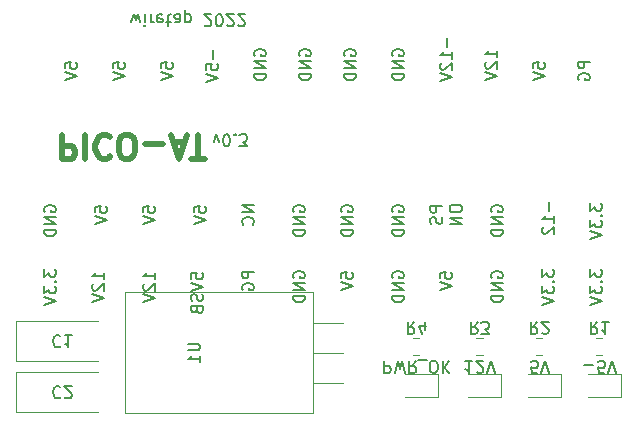
<source format=gbr>
%TF.GenerationSoftware,KiCad,Pcbnew,(5.1.6)-1*%
%TF.CreationDate,2022-02-21T08:46:33-05:00*%
%TF.ProjectId,PICO-AT,5049434f-2d41-4542-9e6b-696361645f70,rev?*%
%TF.SameCoordinates,Original*%
%TF.FileFunction,Legend,Bot*%
%TF.FilePolarity,Positive*%
%FSLAX46Y46*%
G04 Gerber Fmt 4.6, Leading zero omitted, Abs format (unit mm)*
G04 Created by KiCad (PCBNEW (5.1.6)-1) date 2022-02-21 08:46:33*
%MOMM*%
%LPD*%
G01*
G04 APERTURE LIST*
%ADD10C,0.150000*%
%ADD11C,0.500000*%
%ADD12C,0.120000*%
G04 APERTURE END LIST*
D10*
X171394380Y-91440095D02*
X170394380Y-91440095D01*
X170394380Y-91821047D01*
X170442000Y-91916285D01*
X170489619Y-91963904D01*
X170584857Y-92011523D01*
X170727714Y-92011523D01*
X170822952Y-91963904D01*
X170870571Y-91916285D01*
X170918190Y-91821047D01*
X170918190Y-91440095D01*
X170442000Y-92963904D02*
X170394380Y-92868666D01*
X170394380Y-92725809D01*
X170442000Y-92582952D01*
X170537238Y-92487714D01*
X170632476Y-92440095D01*
X170822952Y-92392476D01*
X170965809Y-92392476D01*
X171156285Y-92440095D01*
X171251523Y-92487714D01*
X171346761Y-92582952D01*
X171394380Y-92725809D01*
X171394380Y-92821047D01*
X171346761Y-92963904D01*
X171299142Y-93011523D01*
X170965809Y-93011523D01*
X170965809Y-92821047D01*
X166584380Y-92011523D02*
X166584380Y-91535333D01*
X167060571Y-91487714D01*
X167012952Y-91535333D01*
X166965333Y-91630571D01*
X166965333Y-91868666D01*
X167012952Y-91963904D01*
X167060571Y-92011523D01*
X167155809Y-92059142D01*
X167393904Y-92059142D01*
X167489142Y-92011523D01*
X167536761Y-91963904D01*
X167584380Y-91868666D01*
X167584380Y-91630571D01*
X167536761Y-91535333D01*
X167489142Y-91487714D01*
X166584380Y-92344857D02*
X167584380Y-92678190D01*
X166584380Y-93011523D01*
X163520380Y-91074952D02*
X163520380Y-90503523D01*
X163520380Y-90789238D02*
X162520380Y-90789238D01*
X162663238Y-90694000D01*
X162758476Y-90598761D01*
X162806095Y-90503523D01*
X162615619Y-91455904D02*
X162568000Y-91503523D01*
X162520380Y-91598761D01*
X162520380Y-91836857D01*
X162568000Y-91932095D01*
X162615619Y-91979714D01*
X162710857Y-92027333D01*
X162806095Y-92027333D01*
X162948952Y-91979714D01*
X163520380Y-91408285D01*
X163520380Y-92027333D01*
X162520380Y-92313047D02*
X163520380Y-92646380D01*
X162520380Y-92979714D01*
X159329428Y-89424095D02*
X159329428Y-90186000D01*
X159710380Y-91186000D02*
X159710380Y-90614571D01*
X159710380Y-90900285D02*
X158710380Y-90900285D01*
X158853238Y-90805047D01*
X158948476Y-90709809D01*
X158996095Y-90614571D01*
X158805619Y-91566952D02*
X158758000Y-91614571D01*
X158710380Y-91709809D01*
X158710380Y-91947904D01*
X158758000Y-92043142D01*
X158805619Y-92090761D01*
X158900857Y-92138380D01*
X158996095Y-92138380D01*
X159138952Y-92090761D01*
X159710380Y-91519333D01*
X159710380Y-92138380D01*
X158710380Y-92424095D02*
X159710380Y-92757428D01*
X158710380Y-93090761D01*
X154694000Y-90932095D02*
X154646380Y-90836857D01*
X154646380Y-90694000D01*
X154694000Y-90551142D01*
X154789238Y-90455904D01*
X154884476Y-90408285D01*
X155074952Y-90360666D01*
X155217809Y-90360666D01*
X155408285Y-90408285D01*
X155503523Y-90455904D01*
X155598761Y-90551142D01*
X155646380Y-90694000D01*
X155646380Y-90789238D01*
X155598761Y-90932095D01*
X155551142Y-90979714D01*
X155217809Y-90979714D01*
X155217809Y-90789238D01*
X155646380Y-91408285D02*
X154646380Y-91408285D01*
X155646380Y-91979714D01*
X154646380Y-91979714D01*
X155646380Y-92455904D02*
X154646380Y-92455904D01*
X154646380Y-92694000D01*
X154694000Y-92836857D01*
X154789238Y-92932095D01*
X154884476Y-92979714D01*
X155074952Y-93027333D01*
X155217809Y-93027333D01*
X155408285Y-92979714D01*
X155503523Y-92932095D01*
X155598761Y-92836857D01*
X155646380Y-92694000D01*
X155646380Y-92455904D01*
X150630000Y-90932095D02*
X150582380Y-90836857D01*
X150582380Y-90694000D01*
X150630000Y-90551142D01*
X150725238Y-90455904D01*
X150820476Y-90408285D01*
X151010952Y-90360666D01*
X151153809Y-90360666D01*
X151344285Y-90408285D01*
X151439523Y-90455904D01*
X151534761Y-90551142D01*
X151582380Y-90694000D01*
X151582380Y-90789238D01*
X151534761Y-90932095D01*
X151487142Y-90979714D01*
X151153809Y-90979714D01*
X151153809Y-90789238D01*
X151582380Y-91408285D02*
X150582380Y-91408285D01*
X151582380Y-91979714D01*
X150582380Y-91979714D01*
X151582380Y-92455904D02*
X150582380Y-92455904D01*
X150582380Y-92694000D01*
X150630000Y-92836857D01*
X150725238Y-92932095D01*
X150820476Y-92979714D01*
X151010952Y-93027333D01*
X151153809Y-93027333D01*
X151344285Y-92979714D01*
X151439523Y-92932095D01*
X151534761Y-92836857D01*
X151582380Y-92694000D01*
X151582380Y-92455904D01*
X146820000Y-90932095D02*
X146772380Y-90836857D01*
X146772380Y-90694000D01*
X146820000Y-90551142D01*
X146915238Y-90455904D01*
X147010476Y-90408285D01*
X147200952Y-90360666D01*
X147343809Y-90360666D01*
X147534285Y-90408285D01*
X147629523Y-90455904D01*
X147724761Y-90551142D01*
X147772380Y-90694000D01*
X147772380Y-90789238D01*
X147724761Y-90932095D01*
X147677142Y-90979714D01*
X147343809Y-90979714D01*
X147343809Y-90789238D01*
X147772380Y-91408285D02*
X146772380Y-91408285D01*
X147772380Y-91979714D01*
X146772380Y-91979714D01*
X147772380Y-92455904D02*
X146772380Y-92455904D01*
X146772380Y-92694000D01*
X146820000Y-92836857D01*
X146915238Y-92932095D01*
X147010476Y-92979714D01*
X147200952Y-93027333D01*
X147343809Y-93027333D01*
X147534285Y-92979714D01*
X147629523Y-92932095D01*
X147724761Y-92836857D01*
X147772380Y-92694000D01*
X147772380Y-92455904D01*
X143010000Y-90932095D02*
X142962380Y-90836857D01*
X142962380Y-90694000D01*
X143010000Y-90551142D01*
X143105238Y-90455904D01*
X143200476Y-90408285D01*
X143390952Y-90360666D01*
X143533809Y-90360666D01*
X143724285Y-90408285D01*
X143819523Y-90455904D01*
X143914761Y-90551142D01*
X143962380Y-90694000D01*
X143962380Y-90789238D01*
X143914761Y-90932095D01*
X143867142Y-90979714D01*
X143533809Y-90979714D01*
X143533809Y-90789238D01*
X143962380Y-91408285D02*
X142962380Y-91408285D01*
X143962380Y-91979714D01*
X142962380Y-91979714D01*
X143962380Y-92455904D02*
X142962380Y-92455904D01*
X142962380Y-92694000D01*
X143010000Y-92836857D01*
X143105238Y-92932095D01*
X143200476Y-92979714D01*
X143390952Y-93027333D01*
X143533809Y-93027333D01*
X143724285Y-92979714D01*
X143819523Y-92932095D01*
X143914761Y-92836857D01*
X143962380Y-92694000D01*
X143962380Y-92455904D01*
X139517428Y-90408285D02*
X139517428Y-91170190D01*
X138898380Y-92122571D02*
X138898380Y-91646380D01*
X139374571Y-91598761D01*
X139326952Y-91646380D01*
X139279333Y-91741619D01*
X139279333Y-91979714D01*
X139326952Y-92074952D01*
X139374571Y-92122571D01*
X139469809Y-92170190D01*
X139707904Y-92170190D01*
X139803142Y-92122571D01*
X139850761Y-92074952D01*
X139898380Y-91979714D01*
X139898380Y-91741619D01*
X139850761Y-91646380D01*
X139803142Y-91598761D01*
X138898380Y-92455904D02*
X139898380Y-92789238D01*
X138898380Y-93122571D01*
X135088380Y-92011523D02*
X135088380Y-91535333D01*
X135564571Y-91487714D01*
X135516952Y-91535333D01*
X135469333Y-91630571D01*
X135469333Y-91868666D01*
X135516952Y-91963904D01*
X135564571Y-92011523D01*
X135659809Y-92059142D01*
X135897904Y-92059142D01*
X135993142Y-92011523D01*
X136040761Y-91963904D01*
X136088380Y-91868666D01*
X136088380Y-91630571D01*
X136040761Y-91535333D01*
X135993142Y-91487714D01*
X135088380Y-92344857D02*
X136088380Y-92678190D01*
X135088380Y-93011523D01*
X131024380Y-92011523D02*
X131024380Y-91535333D01*
X131500571Y-91487714D01*
X131452952Y-91535333D01*
X131405333Y-91630571D01*
X131405333Y-91868666D01*
X131452952Y-91963904D01*
X131500571Y-92011523D01*
X131595809Y-92059142D01*
X131833904Y-92059142D01*
X131929142Y-92011523D01*
X131976761Y-91963904D01*
X132024380Y-91868666D01*
X132024380Y-91630571D01*
X131976761Y-91535333D01*
X131929142Y-91487714D01*
X131024380Y-92344857D02*
X132024380Y-92678190D01*
X131024380Y-93011523D01*
X126960380Y-92011523D02*
X126960380Y-91535333D01*
X127436571Y-91487714D01*
X127388952Y-91535333D01*
X127341333Y-91630571D01*
X127341333Y-91868666D01*
X127388952Y-91963904D01*
X127436571Y-92011523D01*
X127531809Y-92059142D01*
X127769904Y-92059142D01*
X127865142Y-92011523D01*
X127912761Y-91963904D01*
X127960380Y-91868666D01*
X127960380Y-91630571D01*
X127912761Y-91535333D01*
X127865142Y-91487714D01*
X126960380Y-92344857D02*
X127960380Y-92678190D01*
X126960380Y-93011523D01*
X171410380Y-109013809D02*
X171410380Y-109632857D01*
X171791333Y-109299523D01*
X171791333Y-109442380D01*
X171838952Y-109537619D01*
X171886571Y-109585238D01*
X171981809Y-109632857D01*
X172219904Y-109632857D01*
X172315142Y-109585238D01*
X172362761Y-109537619D01*
X172410380Y-109442380D01*
X172410380Y-109156666D01*
X172362761Y-109061428D01*
X172315142Y-109013809D01*
X172315142Y-110061428D02*
X172362761Y-110109047D01*
X172410380Y-110061428D01*
X172362761Y-110013809D01*
X172315142Y-110061428D01*
X172410380Y-110061428D01*
X171410380Y-110442380D02*
X171410380Y-111061428D01*
X171791333Y-110728095D01*
X171791333Y-110870952D01*
X171838952Y-110966190D01*
X171886571Y-111013809D01*
X171981809Y-111061428D01*
X172219904Y-111061428D01*
X172315142Y-111013809D01*
X172362761Y-110966190D01*
X172410380Y-110870952D01*
X172410380Y-110585238D01*
X172362761Y-110490000D01*
X172315142Y-110442380D01*
X171410380Y-111347142D02*
X172410380Y-111680476D01*
X171410380Y-112013809D01*
X171410380Y-103425809D02*
X171410380Y-104044857D01*
X171791333Y-103711523D01*
X171791333Y-103854380D01*
X171838952Y-103949619D01*
X171886571Y-103997238D01*
X171981809Y-104044857D01*
X172219904Y-104044857D01*
X172315142Y-103997238D01*
X172362761Y-103949619D01*
X172410380Y-103854380D01*
X172410380Y-103568666D01*
X172362761Y-103473428D01*
X172315142Y-103425809D01*
X172315142Y-104473428D02*
X172362761Y-104521047D01*
X172410380Y-104473428D01*
X172362761Y-104425809D01*
X172315142Y-104473428D01*
X172410380Y-104473428D01*
X171410380Y-104854380D02*
X171410380Y-105473428D01*
X171791333Y-105140095D01*
X171791333Y-105282952D01*
X171838952Y-105378190D01*
X171886571Y-105425809D01*
X171981809Y-105473428D01*
X172219904Y-105473428D01*
X172315142Y-105425809D01*
X172362761Y-105378190D01*
X172410380Y-105282952D01*
X172410380Y-104997238D01*
X172362761Y-104902000D01*
X172315142Y-104854380D01*
X171410380Y-105759142D02*
X172410380Y-106092476D01*
X171410380Y-106425809D01*
X167346380Y-109013809D02*
X167346380Y-109632857D01*
X167727333Y-109299523D01*
X167727333Y-109442380D01*
X167774952Y-109537619D01*
X167822571Y-109585238D01*
X167917809Y-109632857D01*
X168155904Y-109632857D01*
X168251142Y-109585238D01*
X168298761Y-109537619D01*
X168346380Y-109442380D01*
X168346380Y-109156666D01*
X168298761Y-109061428D01*
X168251142Y-109013809D01*
X168251142Y-110061428D02*
X168298761Y-110109047D01*
X168346380Y-110061428D01*
X168298761Y-110013809D01*
X168251142Y-110061428D01*
X168346380Y-110061428D01*
X167346380Y-110442380D02*
X167346380Y-111061428D01*
X167727333Y-110728095D01*
X167727333Y-110870952D01*
X167774952Y-110966190D01*
X167822571Y-111013809D01*
X167917809Y-111061428D01*
X168155904Y-111061428D01*
X168251142Y-111013809D01*
X168298761Y-110966190D01*
X168346380Y-110870952D01*
X168346380Y-110585238D01*
X168298761Y-110490000D01*
X168251142Y-110442380D01*
X167346380Y-111347142D02*
X168346380Y-111680476D01*
X167346380Y-112013809D01*
X167965428Y-103314666D02*
X167965428Y-104076571D01*
X168346380Y-105076571D02*
X168346380Y-104505142D01*
X168346380Y-104790857D02*
X167346380Y-104790857D01*
X167489238Y-104695619D01*
X167584476Y-104600380D01*
X167632095Y-104505142D01*
X167441619Y-105457523D02*
X167394000Y-105505142D01*
X167346380Y-105600380D01*
X167346380Y-105838476D01*
X167394000Y-105933714D01*
X167441619Y-105981333D01*
X167536857Y-106028952D01*
X167632095Y-106028952D01*
X167774952Y-105981333D01*
X168346380Y-105409904D01*
X168346380Y-106028952D01*
X163076000Y-109728095D02*
X163028380Y-109632857D01*
X163028380Y-109490000D01*
X163076000Y-109347142D01*
X163171238Y-109251904D01*
X163266476Y-109204285D01*
X163456952Y-109156666D01*
X163599809Y-109156666D01*
X163790285Y-109204285D01*
X163885523Y-109251904D01*
X163980761Y-109347142D01*
X164028380Y-109490000D01*
X164028380Y-109585238D01*
X163980761Y-109728095D01*
X163933142Y-109775714D01*
X163599809Y-109775714D01*
X163599809Y-109585238D01*
X164028380Y-110204285D02*
X163028380Y-110204285D01*
X164028380Y-110775714D01*
X163028380Y-110775714D01*
X164028380Y-111251904D02*
X163028380Y-111251904D01*
X163028380Y-111490000D01*
X163076000Y-111632857D01*
X163171238Y-111728095D01*
X163266476Y-111775714D01*
X163456952Y-111823333D01*
X163599809Y-111823333D01*
X163790285Y-111775714D01*
X163885523Y-111728095D01*
X163980761Y-111632857D01*
X164028380Y-111490000D01*
X164028380Y-111251904D01*
X163076000Y-104140095D02*
X163028380Y-104044857D01*
X163028380Y-103902000D01*
X163076000Y-103759142D01*
X163171238Y-103663904D01*
X163266476Y-103616285D01*
X163456952Y-103568666D01*
X163599809Y-103568666D01*
X163790285Y-103616285D01*
X163885523Y-103663904D01*
X163980761Y-103759142D01*
X164028380Y-103902000D01*
X164028380Y-103997238D01*
X163980761Y-104140095D01*
X163933142Y-104187714D01*
X163599809Y-104187714D01*
X163599809Y-103997238D01*
X164028380Y-104616285D02*
X163028380Y-104616285D01*
X164028380Y-105187714D01*
X163028380Y-105187714D01*
X164028380Y-105663904D02*
X163028380Y-105663904D01*
X163028380Y-105902000D01*
X163076000Y-106044857D01*
X163171238Y-106140095D01*
X163266476Y-106187714D01*
X163456952Y-106235333D01*
X163599809Y-106235333D01*
X163790285Y-106187714D01*
X163885523Y-106140095D01*
X163980761Y-106044857D01*
X164028380Y-105902000D01*
X164028380Y-105663904D01*
X158710380Y-109791523D02*
X158710380Y-109315333D01*
X159186571Y-109267714D01*
X159138952Y-109315333D01*
X159091333Y-109410571D01*
X159091333Y-109648666D01*
X159138952Y-109743904D01*
X159186571Y-109791523D01*
X159281809Y-109839142D01*
X159519904Y-109839142D01*
X159615142Y-109791523D01*
X159662761Y-109743904D01*
X159710380Y-109648666D01*
X159710380Y-109410571D01*
X159662761Y-109315333D01*
X159615142Y-109267714D01*
X158710380Y-110124857D02*
X159710380Y-110458190D01*
X158710380Y-110791523D01*
X158885380Y-103655904D02*
X157885380Y-103655904D01*
X157885380Y-104036857D01*
X157933000Y-104132095D01*
X157980619Y-104179714D01*
X158075857Y-104227333D01*
X158218714Y-104227333D01*
X158313952Y-104179714D01*
X158361571Y-104132095D01*
X158409190Y-104036857D01*
X158409190Y-103655904D01*
X158837761Y-104608285D02*
X158885380Y-104751142D01*
X158885380Y-104989238D01*
X158837761Y-105084476D01*
X158790142Y-105132095D01*
X158694904Y-105179714D01*
X158599666Y-105179714D01*
X158504428Y-105132095D01*
X158456809Y-105084476D01*
X158409190Y-104989238D01*
X158361571Y-104798761D01*
X158313952Y-104703523D01*
X158266333Y-104655904D01*
X158171095Y-104608285D01*
X158075857Y-104608285D01*
X157980619Y-104655904D01*
X157933000Y-104703523D01*
X157885380Y-104798761D01*
X157885380Y-105036857D01*
X157933000Y-105179714D01*
X159535380Y-103774952D02*
X159535380Y-103965428D01*
X159583000Y-104060666D01*
X159678238Y-104155904D01*
X159868714Y-104203523D01*
X160202047Y-104203523D01*
X160392523Y-104155904D01*
X160487761Y-104060666D01*
X160535380Y-103965428D01*
X160535380Y-103774952D01*
X160487761Y-103679714D01*
X160392523Y-103584476D01*
X160202047Y-103536857D01*
X159868714Y-103536857D01*
X159678238Y-103584476D01*
X159583000Y-103679714D01*
X159535380Y-103774952D01*
X160535380Y-104632095D02*
X159535380Y-104632095D01*
X160535380Y-105203523D01*
X159535380Y-105203523D01*
X154694000Y-109728095D02*
X154646380Y-109632857D01*
X154646380Y-109490000D01*
X154694000Y-109347142D01*
X154789238Y-109251904D01*
X154884476Y-109204285D01*
X155074952Y-109156666D01*
X155217809Y-109156666D01*
X155408285Y-109204285D01*
X155503523Y-109251904D01*
X155598761Y-109347142D01*
X155646380Y-109490000D01*
X155646380Y-109585238D01*
X155598761Y-109728095D01*
X155551142Y-109775714D01*
X155217809Y-109775714D01*
X155217809Y-109585238D01*
X155646380Y-110204285D02*
X154646380Y-110204285D01*
X155646380Y-110775714D01*
X154646380Y-110775714D01*
X155646380Y-111251904D02*
X154646380Y-111251904D01*
X154646380Y-111490000D01*
X154694000Y-111632857D01*
X154789238Y-111728095D01*
X154884476Y-111775714D01*
X155074952Y-111823333D01*
X155217809Y-111823333D01*
X155408285Y-111775714D01*
X155503523Y-111728095D01*
X155598761Y-111632857D01*
X155646380Y-111490000D01*
X155646380Y-111251904D01*
X154694000Y-104140095D02*
X154646380Y-104044857D01*
X154646380Y-103902000D01*
X154694000Y-103759142D01*
X154789238Y-103663904D01*
X154884476Y-103616285D01*
X155074952Y-103568666D01*
X155217809Y-103568666D01*
X155408285Y-103616285D01*
X155503523Y-103663904D01*
X155598761Y-103759142D01*
X155646380Y-103902000D01*
X155646380Y-103997238D01*
X155598761Y-104140095D01*
X155551142Y-104187714D01*
X155217809Y-104187714D01*
X155217809Y-103997238D01*
X155646380Y-104616285D02*
X154646380Y-104616285D01*
X155646380Y-105187714D01*
X154646380Y-105187714D01*
X155646380Y-105663904D02*
X154646380Y-105663904D01*
X154646380Y-105902000D01*
X154694000Y-106044857D01*
X154789238Y-106140095D01*
X154884476Y-106187714D01*
X155074952Y-106235333D01*
X155217809Y-106235333D01*
X155408285Y-106187714D01*
X155503523Y-106140095D01*
X155598761Y-106044857D01*
X155646380Y-105902000D01*
X155646380Y-105663904D01*
X150328380Y-109791523D02*
X150328380Y-109315333D01*
X150804571Y-109267714D01*
X150756952Y-109315333D01*
X150709333Y-109410571D01*
X150709333Y-109648666D01*
X150756952Y-109743904D01*
X150804571Y-109791523D01*
X150899809Y-109839142D01*
X151137904Y-109839142D01*
X151233142Y-109791523D01*
X151280761Y-109743904D01*
X151328380Y-109648666D01*
X151328380Y-109410571D01*
X151280761Y-109315333D01*
X151233142Y-109267714D01*
X150328380Y-110124857D02*
X151328380Y-110458190D01*
X150328380Y-110791523D01*
X150376000Y-104140095D02*
X150328380Y-104044857D01*
X150328380Y-103902000D01*
X150376000Y-103759142D01*
X150471238Y-103663904D01*
X150566476Y-103616285D01*
X150756952Y-103568666D01*
X150899809Y-103568666D01*
X151090285Y-103616285D01*
X151185523Y-103663904D01*
X151280761Y-103759142D01*
X151328380Y-103902000D01*
X151328380Y-103997238D01*
X151280761Y-104140095D01*
X151233142Y-104187714D01*
X150899809Y-104187714D01*
X150899809Y-103997238D01*
X151328380Y-104616285D02*
X150328380Y-104616285D01*
X151328380Y-105187714D01*
X150328380Y-105187714D01*
X151328380Y-105663904D02*
X150328380Y-105663904D01*
X150328380Y-105902000D01*
X150376000Y-106044857D01*
X150471238Y-106140095D01*
X150566476Y-106187714D01*
X150756952Y-106235333D01*
X150899809Y-106235333D01*
X151090285Y-106187714D01*
X151185523Y-106140095D01*
X151280761Y-106044857D01*
X151328380Y-105902000D01*
X151328380Y-105663904D01*
X146312000Y-109728095D02*
X146264380Y-109632857D01*
X146264380Y-109490000D01*
X146312000Y-109347142D01*
X146407238Y-109251904D01*
X146502476Y-109204285D01*
X146692952Y-109156666D01*
X146835809Y-109156666D01*
X147026285Y-109204285D01*
X147121523Y-109251904D01*
X147216761Y-109347142D01*
X147264380Y-109490000D01*
X147264380Y-109585238D01*
X147216761Y-109728095D01*
X147169142Y-109775714D01*
X146835809Y-109775714D01*
X146835809Y-109585238D01*
X147264380Y-110204285D02*
X146264380Y-110204285D01*
X147264380Y-110775714D01*
X146264380Y-110775714D01*
X147264380Y-111251904D02*
X146264380Y-111251904D01*
X146264380Y-111490000D01*
X146312000Y-111632857D01*
X146407238Y-111728095D01*
X146502476Y-111775714D01*
X146692952Y-111823333D01*
X146835809Y-111823333D01*
X147026285Y-111775714D01*
X147121523Y-111728095D01*
X147216761Y-111632857D01*
X147264380Y-111490000D01*
X147264380Y-111251904D01*
X146312000Y-104140095D02*
X146264380Y-104044857D01*
X146264380Y-103902000D01*
X146312000Y-103759142D01*
X146407238Y-103663904D01*
X146502476Y-103616285D01*
X146692952Y-103568666D01*
X146835809Y-103568666D01*
X147026285Y-103616285D01*
X147121523Y-103663904D01*
X147216761Y-103759142D01*
X147264380Y-103902000D01*
X147264380Y-103997238D01*
X147216761Y-104140095D01*
X147169142Y-104187714D01*
X146835809Y-104187714D01*
X146835809Y-103997238D01*
X147264380Y-104616285D02*
X146264380Y-104616285D01*
X147264380Y-105187714D01*
X146264380Y-105187714D01*
X147264380Y-105663904D02*
X146264380Y-105663904D01*
X146264380Y-105902000D01*
X146312000Y-106044857D01*
X146407238Y-106140095D01*
X146502476Y-106187714D01*
X146692952Y-106235333D01*
X146835809Y-106235333D01*
X147026285Y-106187714D01*
X147121523Y-106140095D01*
X147216761Y-106044857D01*
X147264380Y-105902000D01*
X147264380Y-105663904D01*
X142946380Y-109220095D02*
X141946380Y-109220095D01*
X141946380Y-109601047D01*
X141994000Y-109696285D01*
X142041619Y-109743904D01*
X142136857Y-109791523D01*
X142279714Y-109791523D01*
X142374952Y-109743904D01*
X142422571Y-109696285D01*
X142470190Y-109601047D01*
X142470190Y-109220095D01*
X141994000Y-110743904D02*
X141946380Y-110648666D01*
X141946380Y-110505809D01*
X141994000Y-110362952D01*
X142089238Y-110267714D01*
X142184476Y-110220095D01*
X142374952Y-110172476D01*
X142517809Y-110172476D01*
X142708285Y-110220095D01*
X142803523Y-110267714D01*
X142898761Y-110362952D01*
X142946380Y-110505809D01*
X142946380Y-110601047D01*
X142898761Y-110743904D01*
X142851142Y-110791523D01*
X142517809Y-110791523D01*
X142517809Y-110601047D01*
X142946380Y-103608285D02*
X141946380Y-103608285D01*
X142946380Y-104179714D01*
X141946380Y-104179714D01*
X142851142Y-105227333D02*
X142898761Y-105179714D01*
X142946380Y-105036857D01*
X142946380Y-104941619D01*
X142898761Y-104798761D01*
X142803523Y-104703523D01*
X142708285Y-104655904D01*
X142517809Y-104608285D01*
X142374952Y-104608285D01*
X142184476Y-104655904D01*
X142089238Y-104703523D01*
X141994000Y-104798761D01*
X141946380Y-104941619D01*
X141946380Y-105036857D01*
X141994000Y-105179714D01*
X142041619Y-105227333D01*
X137628380Y-109831333D02*
X137628380Y-109355142D01*
X138104571Y-109307523D01*
X138056952Y-109355142D01*
X138009333Y-109450380D01*
X138009333Y-109688476D01*
X138056952Y-109783714D01*
X138104571Y-109831333D01*
X138199809Y-109878952D01*
X138437904Y-109878952D01*
X138533142Y-109831333D01*
X138580761Y-109783714D01*
X138628380Y-109688476D01*
X138628380Y-109450380D01*
X138580761Y-109355142D01*
X138533142Y-109307523D01*
X137628380Y-110164666D02*
X138628380Y-110498000D01*
X137628380Y-110831333D01*
X138580761Y-111117047D02*
X138628380Y-111259904D01*
X138628380Y-111498000D01*
X138580761Y-111593238D01*
X138533142Y-111640857D01*
X138437904Y-111688476D01*
X138342666Y-111688476D01*
X138247428Y-111640857D01*
X138199809Y-111593238D01*
X138152190Y-111498000D01*
X138104571Y-111307523D01*
X138056952Y-111212285D01*
X138009333Y-111164666D01*
X137914095Y-111117047D01*
X137818857Y-111117047D01*
X137723619Y-111164666D01*
X137676000Y-111212285D01*
X137628380Y-111307523D01*
X137628380Y-111545619D01*
X137676000Y-111688476D01*
X138104571Y-112450380D02*
X138152190Y-112593238D01*
X138199809Y-112640857D01*
X138295047Y-112688476D01*
X138437904Y-112688476D01*
X138533142Y-112640857D01*
X138580761Y-112593238D01*
X138628380Y-112498000D01*
X138628380Y-112117047D01*
X137628380Y-112117047D01*
X137628380Y-112450380D01*
X137676000Y-112545619D01*
X137723619Y-112593238D01*
X137818857Y-112640857D01*
X137914095Y-112640857D01*
X138009333Y-112593238D01*
X138056952Y-112545619D01*
X138104571Y-112450380D01*
X138104571Y-112117047D01*
X137882380Y-104203523D02*
X137882380Y-103727333D01*
X138358571Y-103679714D01*
X138310952Y-103727333D01*
X138263333Y-103822571D01*
X138263333Y-104060666D01*
X138310952Y-104155904D01*
X138358571Y-104203523D01*
X138453809Y-104251142D01*
X138691904Y-104251142D01*
X138787142Y-104203523D01*
X138834761Y-104155904D01*
X138882380Y-104060666D01*
X138882380Y-103822571D01*
X138834761Y-103727333D01*
X138787142Y-103679714D01*
X137882380Y-104536857D02*
X138882380Y-104870190D01*
X137882380Y-105203523D01*
X134564380Y-109870952D02*
X134564380Y-109299523D01*
X134564380Y-109585238D02*
X133564380Y-109585238D01*
X133707238Y-109490000D01*
X133802476Y-109394761D01*
X133850095Y-109299523D01*
X133659619Y-110251904D02*
X133612000Y-110299523D01*
X133564380Y-110394761D01*
X133564380Y-110632857D01*
X133612000Y-110728095D01*
X133659619Y-110775714D01*
X133754857Y-110823333D01*
X133850095Y-110823333D01*
X133992952Y-110775714D01*
X134564380Y-110204285D01*
X134564380Y-110823333D01*
X133564380Y-111109047D02*
X134564380Y-111442380D01*
X133564380Y-111775714D01*
X133564380Y-104203523D02*
X133564380Y-103727333D01*
X134040571Y-103679714D01*
X133992952Y-103727333D01*
X133945333Y-103822571D01*
X133945333Y-104060666D01*
X133992952Y-104155904D01*
X134040571Y-104203523D01*
X134135809Y-104251142D01*
X134373904Y-104251142D01*
X134469142Y-104203523D01*
X134516761Y-104155904D01*
X134564380Y-104060666D01*
X134564380Y-103822571D01*
X134516761Y-103727333D01*
X134469142Y-103679714D01*
X133564380Y-104536857D02*
X134564380Y-104870190D01*
X133564380Y-105203523D01*
X130246380Y-109870952D02*
X130246380Y-109299523D01*
X130246380Y-109585238D02*
X129246380Y-109585238D01*
X129389238Y-109490000D01*
X129484476Y-109394761D01*
X129532095Y-109299523D01*
X129341619Y-110251904D02*
X129294000Y-110299523D01*
X129246380Y-110394761D01*
X129246380Y-110632857D01*
X129294000Y-110728095D01*
X129341619Y-110775714D01*
X129436857Y-110823333D01*
X129532095Y-110823333D01*
X129674952Y-110775714D01*
X130246380Y-110204285D01*
X130246380Y-110823333D01*
X129246380Y-111109047D02*
X130246380Y-111442380D01*
X129246380Y-111775714D01*
X129500380Y-104203523D02*
X129500380Y-103727333D01*
X129976571Y-103679714D01*
X129928952Y-103727333D01*
X129881333Y-103822571D01*
X129881333Y-104060666D01*
X129928952Y-104155904D01*
X129976571Y-104203523D01*
X130071809Y-104251142D01*
X130309904Y-104251142D01*
X130405142Y-104203523D01*
X130452761Y-104155904D01*
X130500380Y-104060666D01*
X130500380Y-103822571D01*
X130452761Y-103727333D01*
X130405142Y-103679714D01*
X129500380Y-104536857D02*
X130500380Y-104870190D01*
X129500380Y-105203523D01*
X125182380Y-109013809D02*
X125182380Y-109632857D01*
X125563333Y-109299523D01*
X125563333Y-109442380D01*
X125610952Y-109537619D01*
X125658571Y-109585238D01*
X125753809Y-109632857D01*
X125991904Y-109632857D01*
X126087142Y-109585238D01*
X126134761Y-109537619D01*
X126182380Y-109442380D01*
X126182380Y-109156666D01*
X126134761Y-109061428D01*
X126087142Y-109013809D01*
X126087142Y-110061428D02*
X126134761Y-110109047D01*
X126182380Y-110061428D01*
X126134761Y-110013809D01*
X126087142Y-110061428D01*
X126182380Y-110061428D01*
X125182380Y-110442380D02*
X125182380Y-111061428D01*
X125563333Y-110728095D01*
X125563333Y-110870952D01*
X125610952Y-110966190D01*
X125658571Y-111013809D01*
X125753809Y-111061428D01*
X125991904Y-111061428D01*
X126087142Y-111013809D01*
X126134761Y-110966190D01*
X126182380Y-110870952D01*
X126182380Y-110585238D01*
X126134761Y-110490000D01*
X126087142Y-110442380D01*
X125182380Y-111347142D02*
X126182380Y-111680476D01*
X125182380Y-112013809D01*
X125230000Y-104140095D02*
X125182380Y-104044857D01*
X125182380Y-103902000D01*
X125230000Y-103759142D01*
X125325238Y-103663904D01*
X125420476Y-103616285D01*
X125610952Y-103568666D01*
X125753809Y-103568666D01*
X125944285Y-103616285D01*
X126039523Y-103663904D01*
X126134761Y-103759142D01*
X126182380Y-103902000D01*
X126182380Y-103997238D01*
X126134761Y-104140095D01*
X126087142Y-104187714D01*
X125753809Y-104187714D01*
X125753809Y-103997238D01*
X126182380Y-104616285D02*
X125182380Y-104616285D01*
X126182380Y-105187714D01*
X125182380Y-105187714D01*
X126182380Y-105663904D02*
X125182380Y-105663904D01*
X125182380Y-105902000D01*
X125230000Y-106044857D01*
X125325238Y-106140095D01*
X125420476Y-106187714D01*
X125610952Y-106235333D01*
X125753809Y-106235333D01*
X125944285Y-106187714D01*
X126039523Y-106140095D01*
X126134761Y-106044857D01*
X126182380Y-105902000D01*
X126182380Y-105663904D01*
X132580666Y-88098285D02*
X132771142Y-87431619D01*
X132961619Y-87907809D01*
X133152095Y-87431619D01*
X133342571Y-88098285D01*
X133723523Y-87431619D02*
X133723523Y-88098285D01*
X133723523Y-88431619D02*
X133675904Y-88384000D01*
X133723523Y-88336380D01*
X133771142Y-88384000D01*
X133723523Y-88431619D01*
X133723523Y-88336380D01*
X134199714Y-87431619D02*
X134199714Y-88098285D01*
X134199714Y-87907809D02*
X134247333Y-88003047D01*
X134294952Y-88050666D01*
X134390190Y-88098285D01*
X134485428Y-88098285D01*
X135199714Y-87479238D02*
X135104476Y-87431619D01*
X134914000Y-87431619D01*
X134818761Y-87479238D01*
X134771142Y-87574476D01*
X134771142Y-87955428D01*
X134818761Y-88050666D01*
X134914000Y-88098285D01*
X135104476Y-88098285D01*
X135199714Y-88050666D01*
X135247333Y-87955428D01*
X135247333Y-87860190D01*
X134771142Y-87764952D01*
X135533047Y-88098285D02*
X135914000Y-88098285D01*
X135675904Y-88431619D02*
X135675904Y-87574476D01*
X135723523Y-87479238D01*
X135818761Y-87431619D01*
X135914000Y-87431619D01*
X136675904Y-87431619D02*
X136675904Y-87955428D01*
X136628285Y-88050666D01*
X136533047Y-88098285D01*
X136342571Y-88098285D01*
X136247333Y-88050666D01*
X136675904Y-87479238D02*
X136580666Y-87431619D01*
X136342571Y-87431619D01*
X136247333Y-87479238D01*
X136199714Y-87574476D01*
X136199714Y-87669714D01*
X136247333Y-87764952D01*
X136342571Y-87812571D01*
X136580666Y-87812571D01*
X136675904Y-87860190D01*
X137152095Y-88098285D02*
X137152095Y-87098285D01*
X137152095Y-88050666D02*
X137247333Y-88098285D01*
X137437809Y-88098285D01*
X137533047Y-88050666D01*
X137580666Y-88003047D01*
X137628285Y-87907809D01*
X137628285Y-87622095D01*
X137580666Y-87526857D01*
X137533047Y-87479238D01*
X137437809Y-87431619D01*
X137247333Y-87431619D01*
X137152095Y-87479238D01*
X138771142Y-88336380D02*
X138818761Y-88384000D01*
X138914000Y-88431619D01*
X139152095Y-88431619D01*
X139247333Y-88384000D01*
X139294952Y-88336380D01*
X139342571Y-88241142D01*
X139342571Y-88145904D01*
X139294952Y-88003047D01*
X138723523Y-87431619D01*
X139342571Y-87431619D01*
X139961619Y-88431619D02*
X140056857Y-88431619D01*
X140152095Y-88384000D01*
X140199714Y-88336380D01*
X140247333Y-88241142D01*
X140294952Y-88050666D01*
X140294952Y-87812571D01*
X140247333Y-87622095D01*
X140199714Y-87526857D01*
X140152095Y-87479238D01*
X140056857Y-87431619D01*
X139961619Y-87431619D01*
X139866380Y-87479238D01*
X139818761Y-87526857D01*
X139771142Y-87622095D01*
X139723523Y-87812571D01*
X139723523Y-88050666D01*
X139771142Y-88241142D01*
X139818761Y-88336380D01*
X139866380Y-88384000D01*
X139961619Y-88431619D01*
X140675904Y-88336380D02*
X140723523Y-88384000D01*
X140818761Y-88431619D01*
X141056857Y-88431619D01*
X141152095Y-88384000D01*
X141199714Y-88336380D01*
X141247333Y-88241142D01*
X141247333Y-88145904D01*
X141199714Y-88003047D01*
X140628285Y-87431619D01*
X141247333Y-87431619D01*
X141628285Y-88336380D02*
X141675904Y-88384000D01*
X141771142Y-88431619D01*
X142009238Y-88431619D01*
X142104476Y-88384000D01*
X142152095Y-88336380D01*
X142199714Y-88241142D01*
X142199714Y-88145904D01*
X142152095Y-88003047D01*
X141580666Y-87431619D01*
X142199714Y-87431619D01*
X139541428Y-98258285D02*
X139779523Y-97591619D01*
X140017619Y-98258285D01*
X140589047Y-98591619D02*
X140684285Y-98591619D01*
X140779523Y-98544000D01*
X140827142Y-98496380D01*
X140874761Y-98401142D01*
X140922380Y-98210666D01*
X140922380Y-97972571D01*
X140874761Y-97782095D01*
X140827142Y-97686857D01*
X140779523Y-97639238D01*
X140684285Y-97591619D01*
X140589047Y-97591619D01*
X140493809Y-97639238D01*
X140446190Y-97686857D01*
X140398571Y-97782095D01*
X140350952Y-97972571D01*
X140350952Y-98210666D01*
X140398571Y-98401142D01*
X140446190Y-98496380D01*
X140493809Y-98544000D01*
X140589047Y-98591619D01*
X141350952Y-97686857D02*
X141398571Y-97639238D01*
X141350952Y-97591619D01*
X141303333Y-97639238D01*
X141350952Y-97686857D01*
X141350952Y-97591619D01*
X141731904Y-98591619D02*
X142350952Y-98591619D01*
X142017619Y-98210666D01*
X142160476Y-98210666D01*
X142255714Y-98163047D01*
X142303333Y-98115428D01*
X142350952Y-98020190D01*
X142350952Y-97782095D01*
X142303333Y-97686857D01*
X142255714Y-97639238D01*
X142160476Y-97591619D01*
X141874761Y-97591619D01*
X141779523Y-97639238D01*
X141731904Y-97686857D01*
D11*
X126683238Y-97647238D02*
X126683238Y-99647238D01*
X127445142Y-99647238D01*
X127635619Y-99552000D01*
X127730857Y-99456761D01*
X127826095Y-99266285D01*
X127826095Y-98980571D01*
X127730857Y-98790095D01*
X127635619Y-98694857D01*
X127445142Y-98599619D01*
X126683238Y-98599619D01*
X128683238Y-97647238D02*
X128683238Y-99647238D01*
X130778476Y-97837714D02*
X130683238Y-97742476D01*
X130397523Y-97647238D01*
X130207047Y-97647238D01*
X129921333Y-97742476D01*
X129730857Y-97932952D01*
X129635619Y-98123428D01*
X129540380Y-98504380D01*
X129540380Y-98790095D01*
X129635619Y-99171047D01*
X129730857Y-99361523D01*
X129921333Y-99552000D01*
X130207047Y-99647238D01*
X130397523Y-99647238D01*
X130683238Y-99552000D01*
X130778476Y-99456761D01*
X132016571Y-99647238D02*
X132397523Y-99647238D01*
X132588000Y-99552000D01*
X132778476Y-99361523D01*
X132873714Y-98980571D01*
X132873714Y-98313904D01*
X132778476Y-97932952D01*
X132588000Y-97742476D01*
X132397523Y-97647238D01*
X132016571Y-97647238D01*
X131826095Y-97742476D01*
X131635619Y-97932952D01*
X131540380Y-98313904D01*
X131540380Y-98980571D01*
X131635619Y-99361523D01*
X131826095Y-99552000D01*
X132016571Y-99647238D01*
X133730857Y-98409142D02*
X135254666Y-98409142D01*
X136111809Y-98218666D02*
X137064190Y-98218666D01*
X135921333Y-97647238D02*
X136588000Y-99647238D01*
X137254666Y-97647238D01*
X137635619Y-99647238D02*
X138778476Y-99647238D01*
X138207047Y-97647238D02*
X138207047Y-99647238D01*
D12*
%TO.C,C1*%
X122801000Y-113352000D02*
X129736000Y-113352000D01*
X122801000Y-116772000D02*
X122801000Y-113352000D01*
X129736000Y-116772000D02*
X122801000Y-116772000D01*
%TO.C,C2*%
X129736000Y-121090000D02*
X122801000Y-121090000D01*
X122801000Y-121090000D02*
X122801000Y-117670000D01*
X122801000Y-117670000D02*
X129736000Y-117670000D01*
%TO.C,-5V*%
X171203000Y-117912000D02*
X174063000Y-117912000D01*
X174063000Y-117912000D02*
X174063000Y-119832000D01*
X174063000Y-119832000D02*
X171203000Y-119832000D01*
%TO.C,5V*%
X168992000Y-119832000D02*
X166132000Y-119832000D01*
X168992000Y-117912000D02*
X168992000Y-119832000D01*
X166132000Y-117912000D02*
X168992000Y-117912000D01*
%TO.C,12V*%
X161052000Y-117912000D02*
X163912000Y-117912000D01*
X163912000Y-117912000D02*
X163912000Y-119832000D01*
X163912000Y-119832000D02*
X161052000Y-119832000D01*
%TO.C,PWR_OK*%
X158578000Y-119832000D02*
X155718000Y-119832000D01*
X158578000Y-117912000D02*
X158578000Y-119832000D01*
X155718000Y-117912000D02*
X158578000Y-117912000D01*
%TO.C,R1*%
X172464252Y-114860000D02*
X171941748Y-114860000D01*
X172464252Y-116280000D02*
X171941748Y-116280000D01*
%TO.C,R2*%
X167384252Y-116280000D02*
X166861748Y-116280000D01*
X167384252Y-114860000D02*
X166861748Y-114860000D01*
%TO.C,R3*%
X162313252Y-114860000D02*
X161790748Y-114860000D01*
X162313252Y-116280000D02*
X161790748Y-116280000D01*
%TO.C,R4*%
X156970252Y-116280000D02*
X156447748Y-116280000D01*
X156970252Y-114860000D02*
X156447748Y-114860000D01*
%TO.C,U1*%
X147948000Y-110958000D02*
X147948000Y-121198000D01*
X132058000Y-110958000D02*
X132058000Y-121198000D01*
X132058000Y-110958000D02*
X147948000Y-110958000D01*
X132058000Y-121198000D02*
X147948000Y-121198000D01*
X147948000Y-113538000D02*
X150488000Y-113538000D01*
X147948000Y-116078000D02*
X150488000Y-116078000D01*
X147948000Y-118618000D02*
X150488000Y-118618000D01*
%TO.C,C1*%
D10*
X126559333Y-114704857D02*
X126511714Y-114657238D01*
X126368857Y-114609619D01*
X126273619Y-114609619D01*
X126130761Y-114657238D01*
X126035523Y-114752476D01*
X125987904Y-114847714D01*
X125940285Y-115038190D01*
X125940285Y-115181047D01*
X125987904Y-115371523D01*
X126035523Y-115466761D01*
X126130761Y-115562000D01*
X126273619Y-115609619D01*
X126368857Y-115609619D01*
X126511714Y-115562000D01*
X126559333Y-115514380D01*
X127511714Y-114609619D02*
X126940285Y-114609619D01*
X127226000Y-114609619D02*
X127226000Y-115609619D01*
X127130761Y-115466761D01*
X127035523Y-115371523D01*
X126940285Y-115323904D01*
%TO.C,C2*%
X126569333Y-119022857D02*
X126521714Y-118975238D01*
X126378857Y-118927619D01*
X126283619Y-118927619D01*
X126140761Y-118975238D01*
X126045523Y-119070476D01*
X125997904Y-119165714D01*
X125950285Y-119356190D01*
X125950285Y-119499047D01*
X125997904Y-119689523D01*
X126045523Y-119784761D01*
X126140761Y-119880000D01*
X126283619Y-119927619D01*
X126378857Y-119927619D01*
X126521714Y-119880000D01*
X126569333Y-119832380D01*
X126950285Y-119832380D02*
X126997904Y-119880000D01*
X127093142Y-119927619D01*
X127331238Y-119927619D01*
X127426476Y-119880000D01*
X127474095Y-119832380D01*
X127521714Y-119737142D01*
X127521714Y-119641904D01*
X127474095Y-119499047D01*
X126902666Y-118927619D01*
X127521714Y-118927619D01*
%TO.C,-5V*%
X170917285Y-117150571D02*
X171679190Y-117150571D01*
X172631571Y-117769619D02*
X172155380Y-117769619D01*
X172107761Y-117293428D01*
X172155380Y-117341047D01*
X172250619Y-117388666D01*
X172488714Y-117388666D01*
X172583952Y-117341047D01*
X172631571Y-117293428D01*
X172679190Y-117198190D01*
X172679190Y-116960095D01*
X172631571Y-116864857D01*
X172583952Y-116817238D01*
X172488714Y-116769619D01*
X172250619Y-116769619D01*
X172155380Y-116817238D01*
X172107761Y-116864857D01*
X172964904Y-117769619D02*
X173298238Y-116769619D01*
X173631571Y-117769619D01*
%TO.C,5V*%
X166941523Y-117769619D02*
X166465333Y-117769619D01*
X166417714Y-117293428D01*
X166465333Y-117341047D01*
X166560571Y-117388666D01*
X166798666Y-117388666D01*
X166893904Y-117341047D01*
X166941523Y-117293428D01*
X166989142Y-117198190D01*
X166989142Y-116960095D01*
X166941523Y-116864857D01*
X166893904Y-116817238D01*
X166798666Y-116769619D01*
X166560571Y-116769619D01*
X166465333Y-116817238D01*
X166417714Y-116864857D01*
X167274857Y-117769619D02*
X167608190Y-116769619D01*
X167941523Y-117769619D01*
%TO.C,12V*%
X161432952Y-116769619D02*
X160861523Y-116769619D01*
X161147238Y-116769619D02*
X161147238Y-117769619D01*
X161052000Y-117626761D01*
X160956761Y-117531523D01*
X160861523Y-117483904D01*
X161813904Y-117674380D02*
X161861523Y-117722000D01*
X161956761Y-117769619D01*
X162194857Y-117769619D01*
X162290095Y-117722000D01*
X162337714Y-117674380D01*
X162385333Y-117579142D01*
X162385333Y-117483904D01*
X162337714Y-117341047D01*
X161766285Y-116769619D01*
X162385333Y-116769619D01*
X162671047Y-117769619D02*
X163004380Y-116769619D01*
X163337714Y-117769619D01*
%TO.C,PWR_OK*%
X153979904Y-116769619D02*
X153979904Y-117769619D01*
X154360857Y-117769619D01*
X154456095Y-117722000D01*
X154503714Y-117674380D01*
X154551333Y-117579142D01*
X154551333Y-117436285D01*
X154503714Y-117341047D01*
X154456095Y-117293428D01*
X154360857Y-117245809D01*
X153979904Y-117245809D01*
X154884666Y-117769619D02*
X155122761Y-116769619D01*
X155313238Y-117483904D01*
X155503714Y-116769619D01*
X155741809Y-117769619D01*
X156694190Y-116769619D02*
X156360857Y-117245809D01*
X156122761Y-116769619D02*
X156122761Y-117769619D01*
X156503714Y-117769619D01*
X156598952Y-117722000D01*
X156646571Y-117674380D01*
X156694190Y-117579142D01*
X156694190Y-117436285D01*
X156646571Y-117341047D01*
X156598952Y-117293428D01*
X156503714Y-117245809D01*
X156122761Y-117245809D01*
X156884666Y-116674380D02*
X157646571Y-116674380D01*
X158075142Y-117769619D02*
X158265619Y-117769619D01*
X158360857Y-117722000D01*
X158456095Y-117626761D01*
X158503714Y-117436285D01*
X158503714Y-117102952D01*
X158456095Y-116912476D01*
X158360857Y-116817238D01*
X158265619Y-116769619D01*
X158075142Y-116769619D01*
X157979904Y-116817238D01*
X157884666Y-116912476D01*
X157837047Y-117102952D01*
X157837047Y-117436285D01*
X157884666Y-117626761D01*
X157979904Y-117722000D01*
X158075142Y-117769619D01*
X158932285Y-116769619D02*
X158932285Y-117769619D01*
X159503714Y-116769619D02*
X159075142Y-117341047D01*
X159503714Y-117769619D02*
X158932285Y-117198190D01*
%TO.C,R1*%
X172036333Y-113467619D02*
X171703000Y-113943809D01*
X171464904Y-113467619D02*
X171464904Y-114467619D01*
X171845857Y-114467619D01*
X171941095Y-114420000D01*
X171988714Y-114372380D01*
X172036333Y-114277142D01*
X172036333Y-114134285D01*
X171988714Y-114039047D01*
X171941095Y-113991428D01*
X171845857Y-113943809D01*
X171464904Y-113943809D01*
X172988714Y-113467619D02*
X172417285Y-113467619D01*
X172703000Y-113467619D02*
X172703000Y-114467619D01*
X172607761Y-114324761D01*
X172512523Y-114229523D01*
X172417285Y-114181904D01*
%TO.C,R2*%
X166956333Y-113467619D02*
X166623000Y-113943809D01*
X166384904Y-113467619D02*
X166384904Y-114467619D01*
X166765857Y-114467619D01*
X166861095Y-114420000D01*
X166908714Y-114372380D01*
X166956333Y-114277142D01*
X166956333Y-114134285D01*
X166908714Y-114039047D01*
X166861095Y-113991428D01*
X166765857Y-113943809D01*
X166384904Y-113943809D01*
X167337285Y-114372380D02*
X167384904Y-114420000D01*
X167480142Y-114467619D01*
X167718238Y-114467619D01*
X167813476Y-114420000D01*
X167861095Y-114372380D01*
X167908714Y-114277142D01*
X167908714Y-114181904D01*
X167861095Y-114039047D01*
X167289666Y-113467619D01*
X167908714Y-113467619D01*
%TO.C,R3*%
X161885333Y-113467619D02*
X161552000Y-113943809D01*
X161313904Y-113467619D02*
X161313904Y-114467619D01*
X161694857Y-114467619D01*
X161790095Y-114420000D01*
X161837714Y-114372380D01*
X161885333Y-114277142D01*
X161885333Y-114134285D01*
X161837714Y-114039047D01*
X161790095Y-113991428D01*
X161694857Y-113943809D01*
X161313904Y-113943809D01*
X162218666Y-114467619D02*
X162837714Y-114467619D01*
X162504380Y-114086666D01*
X162647238Y-114086666D01*
X162742476Y-114039047D01*
X162790095Y-113991428D01*
X162837714Y-113896190D01*
X162837714Y-113658095D01*
X162790095Y-113562857D01*
X162742476Y-113515238D01*
X162647238Y-113467619D01*
X162361523Y-113467619D01*
X162266285Y-113515238D01*
X162218666Y-113562857D01*
%TO.C,R4*%
X156542333Y-113467619D02*
X156209000Y-113943809D01*
X155970904Y-113467619D02*
X155970904Y-114467619D01*
X156351857Y-114467619D01*
X156447095Y-114420000D01*
X156494714Y-114372380D01*
X156542333Y-114277142D01*
X156542333Y-114134285D01*
X156494714Y-114039047D01*
X156447095Y-113991428D01*
X156351857Y-113943809D01*
X155970904Y-113943809D01*
X157399476Y-114134285D02*
X157399476Y-113467619D01*
X157161380Y-114515238D02*
X156923285Y-113800952D01*
X157542333Y-113800952D01*
%TO.C,U1*%
X137374380Y-115316095D02*
X138183904Y-115316095D01*
X138279142Y-115363714D01*
X138326761Y-115411333D01*
X138374380Y-115506571D01*
X138374380Y-115697047D01*
X138326761Y-115792285D01*
X138279142Y-115839904D01*
X138183904Y-115887523D01*
X137374380Y-115887523D01*
X138374380Y-116887523D02*
X138374380Y-116316095D01*
X138374380Y-116601809D02*
X137374380Y-116601809D01*
X137517238Y-116506571D01*
X137612476Y-116411333D01*
X137660095Y-116316095D01*
%TD*%
M02*

</source>
